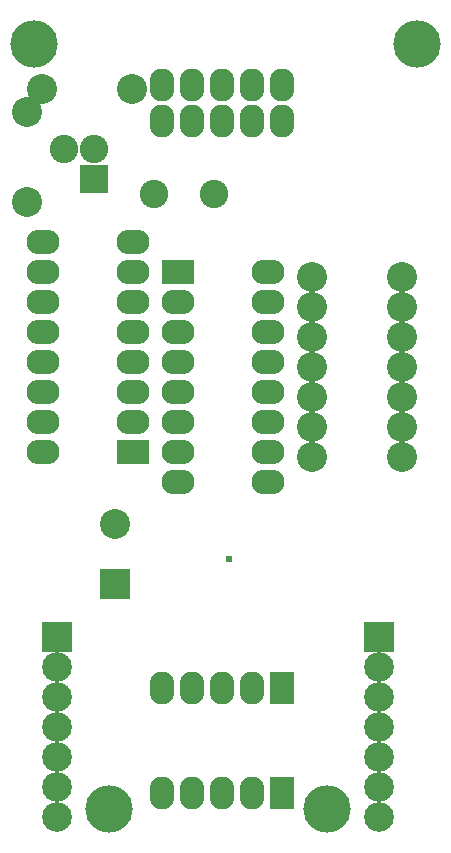
<source format=gbs>
G04 (created by PCBNEW-RS274X (2011-12-21 BZR 3253)-stable) date 15/03/2013 12:04:59*
G01*
G70*
G90*
%MOIN*%
G04 Gerber Fmt 3.4, Leading zero omitted, Abs format*
%FSLAX34Y34*%
G04 APERTURE LIST*
%ADD10C,0.006000*%
%ADD11C,0.023900*%
%ADD12R,0.098700X0.098700*%
%ADD13C,0.098700*%
%ADD14R,0.082000X0.110000*%
%ADD15O,0.082000X0.110000*%
%ADD16R,0.110000X0.082000*%
%ADD17O,0.110000X0.082000*%
%ADD18R,0.095000X0.095000*%
%ADD19C,0.095000*%
%ADD20C,0.100000*%
%ADD21R,0.100000X0.100000*%
%ADD22C,0.157800*%
G04 APERTURE END LIST*
G54D10*
G54D11*
X18500Y-28400D03*
G54D12*
X12750Y-31000D03*
G54D13*
X12750Y-32000D03*
X12750Y-33000D03*
X12750Y-34000D03*
X12750Y-35000D03*
X12750Y-36000D03*
X12750Y-37000D03*
G54D14*
X20250Y-32700D03*
G54D15*
X19250Y-32700D03*
X18250Y-32700D03*
X17250Y-32700D03*
X16250Y-32700D03*
X16250Y-13800D03*
X17250Y-13800D03*
X18250Y-13800D03*
X19250Y-13800D03*
X20250Y-13800D03*
G54D12*
X23500Y-31000D03*
G54D13*
X23500Y-32000D03*
X23500Y-33000D03*
X23500Y-34000D03*
X23500Y-35000D03*
X23500Y-36000D03*
X23500Y-37000D03*
G54D16*
X15300Y-24850D03*
G54D17*
X15300Y-23850D03*
X15300Y-22850D03*
X15300Y-21850D03*
X15300Y-20850D03*
X15300Y-19850D03*
X15300Y-18850D03*
X15300Y-17850D03*
X12300Y-17850D03*
X12300Y-18850D03*
X12300Y-19850D03*
X12300Y-20850D03*
X12300Y-21850D03*
X12300Y-22850D03*
X12300Y-23850D03*
X12300Y-24850D03*
G54D18*
X14000Y-15750D03*
G54D19*
X14000Y-14750D03*
X13000Y-14750D03*
G54D20*
X11750Y-16500D03*
X11750Y-13500D03*
X15250Y-12750D03*
X12250Y-12750D03*
G54D21*
X14700Y-29250D03*
G54D20*
X14700Y-27250D03*
G54D19*
X16000Y-16250D03*
X18000Y-16250D03*
G54D16*
X16800Y-18850D03*
G54D17*
X16800Y-19850D03*
X16800Y-20850D03*
X16800Y-21850D03*
X16800Y-22850D03*
X16800Y-23850D03*
X16800Y-24850D03*
X16800Y-25850D03*
X19800Y-25850D03*
X19800Y-24850D03*
X19800Y-23850D03*
X19800Y-22850D03*
X19800Y-21850D03*
X19800Y-20850D03*
X19800Y-19850D03*
X19800Y-18850D03*
G54D22*
X24750Y-11250D03*
X12000Y-11250D03*
X14500Y-36750D03*
X21750Y-36750D03*
G54D20*
X21250Y-19000D03*
X24250Y-19000D03*
X21250Y-20000D03*
X24250Y-20000D03*
X21250Y-21000D03*
X24250Y-21000D03*
X21250Y-22000D03*
X24250Y-22000D03*
X21250Y-23000D03*
X24250Y-23000D03*
X21250Y-24000D03*
X24250Y-24000D03*
X21250Y-25000D03*
X24250Y-25000D03*
G54D14*
X20250Y-36200D03*
G54D15*
X19250Y-36200D03*
X18250Y-36200D03*
X17250Y-36200D03*
X16250Y-36200D03*
X16250Y-12600D03*
X17250Y-12600D03*
X18250Y-12600D03*
X19250Y-12600D03*
X20250Y-12600D03*
M02*

</source>
